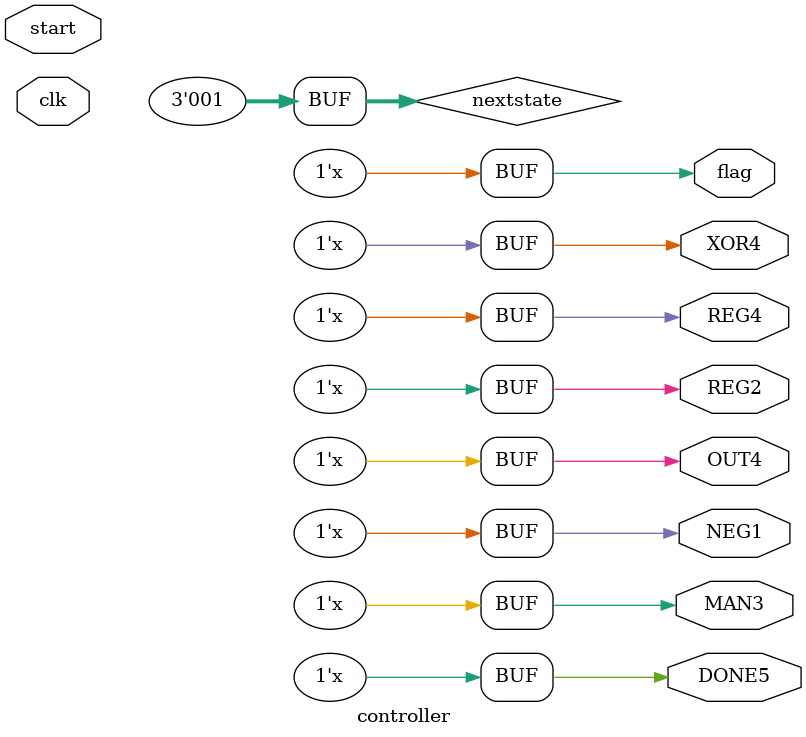
<source format=v>
module controller(
input clk,start,
output reg flag,
output reg NEG1,MAN3,OUT4,XOR4,DONE5,REG2,REG4
); 
reg [2:0] nextstate;
	parameter S0 = 3'b000;
	parameter S1 = 3'b001;
	parameter S2 = 3'b010;
	parameter S3 = 3'b011;
	parameter S4 = 3'b100;
	always @(posedge clk)begin
		case(nextstate)
			S0:nextstate <= S1;
			S1:if(start ==1)nextstate <= S2;
			S2:nextstate <= S3;
			S3:nextstate <= S4;
			default: nextstate <= S1;
		endcase
	end
	always @(nextstate)begin
		case(nextstate)
		S0:begin
			NEG1 = 1'b0;
			REG2 = 1'b0;
			MAN3 = 1'b0;
			OUT4 = 1'b0;
			XOR4 = 1'b0;
			REG4 = 1'b0;
			DONE5 = 1'b0;
			flag =1'b0;
		end
		S1:begin
			NEG1 = 1'b1;
			REG2 = 1'b0;
			MAN3 = 1'b0;
			OUT4 = 1'b0;
			XOR4 = 1'b0;
			REG4 = 1'b0;
			DONE5 = 1'b0;
			flag =1'b0;
		end
		S2:begin
			NEG1 = 1'b0;
			REG2 = 1'b1;
			MAN3 = 1'b0;
			OUT4 = 1'b0;
			XOR4 = 1'b0;
			REG4 = 1'b0;
			DONE5 = 1'b0;
			flag =1'b0;
		end
		S3:begin
			NEG1 = 1'b0;
			REG2 = 1'b0;
			MAN3 = 1'b1;
			OUT4 = 1'b1;
			XOR4 = 1'b1;
			REG4 = 1'b1;
			DONE5 = 1'b0;
			flag =1'b0;
		end
		S4:begin
			NEG1 = 1'b0;
			REG2 = 1'b0;
			MAN3 = 1'b0;
			OUT4 = 1'b0;
			XOR4 = 1'b0;
			REG4 = 1'b0;
			DONE5 = 1'b1;
			flag =1'b1;
		end
		
	//ADD1,NEG1,ADD2,MUL2,MAN3,OUT4,DONE5
		default:nextstate = S1;
	endcase
	end
endmodule

</source>
